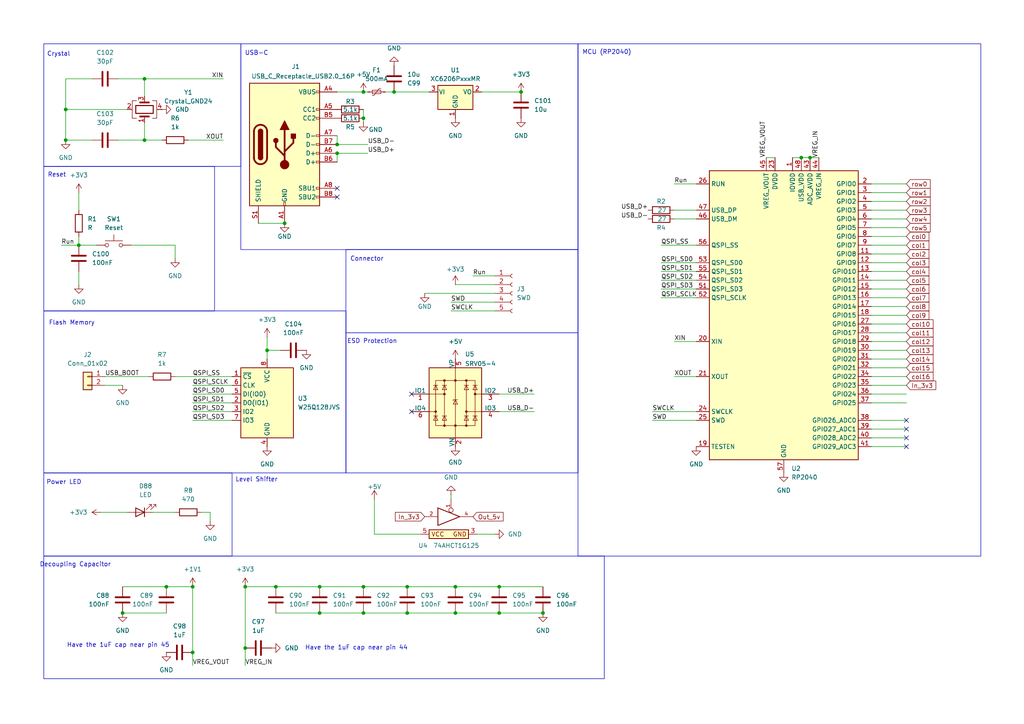
<source format=kicad_sch>
(kicad_sch (version 20231120) (generator "eeschema") (generator_version "8.0")
  (paper "A4")
  (lib_symbols
    (symbol "74xGxx:74AHCT1G125" (pin_names (offset 1.016))
      (property "Reference" "U5" (at -0.635 -8.255 0))
      (property "Value" "74AHCT1G125" (at -0.635 -11.0301 0))
      (symbol "74AHCT1G125_0_0"
        (text "GND" (at 2.54 -5.08 0) (effects (font (size 1.27 1.27))))
        (text "VCC" (at -3.81 -5.08 0) (effects (font (size 1.27 1.27))))
      )
      (symbol "74AHCT1G125_1_1"
        (pin input inverted (at 0 5.08 270) (length 3.81) (name "~") (number "1"))
        (pin input line (at -7.62 0 0) (length 3.81) (name "~") (number "2"))
        (pin output line (at 7.62 -5.08 180) (length 2.54) (name "") (number "3"))
        (pin power_in line (at 1.27 -1.27 270) (length 0) hide (name "GND") (number "3"))
        (pin tri_state line (at 6.35 0 180) (length 3.81) (name "~") (number "4"))
        (pin input line (at -8.89 -5.08 0) (length 2.54) (name "") (number "5"))
        (pin power_in line (at 1.27 1.27 90) (length 0) hide (name "VCC") (number "5"))
      )
    )
    (symbol "Connector:Conn_01x05_Female" (pin_names (offset 1.016) hide)
      (property "Reference" "J" (at 0 7.62 0))
      (property "Value" "Conn_01x05_Female" (at 0 -7.62 0))
      (symbol "Conn_01x05_Female_1_1"
        (pin passive line (at -5.08 5.08 0) (length 3.81) (name "Pin_1") (number "1"))
        (pin passive line (at -5.08 2.54 0) (length 3.81) (name "Pin_2") (number "2"))
        (pin passive line (at -5.08 0 0) (length 3.81) (name "Pin_3") (number "3"))
        (pin passive line (at -5.08 -2.54 0) (length 3.81) (name "Pin_4") (number "4"))
        (pin passive line (at -5.08 -5.08 0) (length 3.81) (name "Pin_5") (number "5"))
      )
    )
    (symbol "Connector:USB_C_Receptacle_USB2.0_16P" (pin_names (offset 1.016))
      (property "Reference" "J" (at 0 22.225 0))
      (property "Value" "USB_C_Receptacle_USB2.0_16P" (at 0 19.685 0))
      (symbol "USB_C_Receptacle_USB2.0_16P_1_1"
        (pin passive line (at 0 -22.86 90) (length 5.08) (name "GND") (number "A1"))
        (pin passive line (at 0 -22.86 90) (length 5.08) hide (name "GND") (number "A12"))
        (pin passive line (at 15.24 15.24 180) (length 5.08) (name "VBUS") (number "A4"))
        (pin bidirectional line (at 15.24 10.16 180) (length 5.08) (name "CC1") (number "A5"))
        (pin bidirectional line (at 15.24 -2.54 180) (length 5.08) (name "D+") (number "A6"))
        (pin bidirectional line (at 15.24 2.54 180) (length 5.08) (name "D-") (number "A7"))
        (pin bidirectional line (at 15.24 -12.7 180) (length 5.08) (name "SBU1") (number "A8"))
        (pin passive line (at 15.24 15.24 180) (length 5.08) hide (name "VBUS") (number "A9"))
        (pin passive line (at 0 -22.86 90) (length 5.08) hide (name "GND") (number "B1"))
        (pin passive line (at 0 -22.86 90) (length 5.08) hide (name "GND") (number "B12"))
        (pin passive line (at 15.24 15.24 180) (length 5.08) hide (name "VBUS") (number "B4"))
        (pin bidirectional line (at 15.24 7.62 180) (length 5.08) (name "CC2") (number "B5"))
        (pin bidirectional line (at 15.24 -5.08 180) (length 5.08) (name "D+") (number "B6"))
        (pin bidirectional line (at 15.24 0 180) (length 5.08) (name "D-") (number "B7"))
        (pin bidirectional line (at 15.24 -15.24 180) (length 5.08) (name "SBU2") (number "B8"))
        (pin passive line (at 15.24 15.24 180) (length 5.08) hide (name "VBUS") (number "B9"))
        (pin passive line (at -7.62 -22.86 90) (length 5.08) (name "SHIELD") (number "S1"))
      )
    )
    (symbol "Connector_Generic:Conn_01x02" (pin_names (offset 1.016) hide)
      (property "Reference" "J" (at 0 2.54 0))
      (property "Value" "Conn_01x02" (at 0 -5.08 0))
      (symbol "Conn_01x02_1_1"
        (pin passive line (at -5.08 0 0) (length 3.81) (name "Pin_1") (number "1"))
        (pin passive line (at -5.08 -2.54 0) (length 3.81) (name "Pin_2") (number "2"))
      )
    )
    (symbol "Device:C" (pin_numbers hide) (pin_names (offset 0.254))
      (property "Reference" "C" (at 0.635 2.54 0))
      (property "Value" "C" (at 0.635 -2.54 0))
      (symbol "C_1_1"
        (pin passive line (at 0 3.81 270) (length 2.794) (name "~") (number "1"))
        (pin passive line (at 0 -3.81 90) (length 2.794) (name "~") (number "2"))
      )
    )
    (symbol "Device:Crystal_GND24" (pin_names (offset 1.016) hide)
      (property "Reference" "Y" (at 3.175 5.08 0))
      (property "Value" "Crystal_GND24" (at 3.175 3.175 0))
      (symbol "Crystal_GND24_1_1"
        (pin passive line (at -3.81 0 0) (length 1.27) (name "1") (number "1"))
        (pin passive line (at 0 5.08 270) (length 1.27) (name "2") (number "2"))
        (pin passive line (at 3.81 0 180) (length 1.27) (name "3") (number "3"))
        (pin passive line (at 0 -5.08 90) (length 1.27) (name "4") (number "4"))
      )
    )
    (symbol "Device:LED" (pin_numbers hide) (pin_names (offset 1.016) hide)
      (property "Reference" "D" (at 0 2.54 0))
      (property "Value" "LED" (at 0 -2.54 0))
      (symbol "LED_1_1"
        (pin passive line (at -3.81 0 0) (length 2.54) (name "K") (number "1"))
        (pin passive line (at 3.81 0 180) (length 2.54) (name "A") (number "2"))
      )
    )
    (symbol "Device:Polyfuse_Small" (pin_numbers hide) (pin_names (offset 0))
      (property "Reference" "F" (at -1.905 0 90))
      (property "Value" "Polyfuse_Small" (at 1.905 0 90))
      (symbol "Polyfuse_Small_1_1"
        (pin passive line (at 0 2.54 270) (length 0.635) (name "~") (number "1"))
        (pin passive line (at 0 -2.54 90) (length 0.635) (name "~") (number "2"))
      )
    )
    (symbol "Device:R" (pin_numbers hide) (pin_names (offset 0))
      (property "Reference" "R" (at 2.032 0 90))
      (property "Value" "R" (at 0 0 90))
      (symbol "R_1_1"
        (pin passive line (at 0 3.81 270) (length 1.27) (name "~") (number "1"))
        (pin passive line (at 0 -3.81 90) (length 1.27) (name "~") (number "2"))
      )
    )
    (symbol "MCU_RaspberryPi:RP2040"
      (property "Reference" "U" (at 17.78 45.72 0))
      (property "Value" "RP2040" (at 17.78 43.18 0))
      (symbol "RP2040_1_1"
        (pin power_in line (at 2.54 45.72 270) (length 3.81) (name "IOVDD") (number "1"))
        (pin passive line (at 2.54 45.72 270) (length 3.81) hide (name "IOVDD") (number "10"))
        (pin bidirectional line (at 25.4 17.78 180) (length 3.81) (name "GPIO8") (number "11"))
        (pin bidirectional line (at 25.4 15.24 180) (length 3.81) (name "GPIO9") (number "12"))
        (pin bidirectional line (at 25.4 12.7 180) (length 3.81) (name "GPIO10") (number "13"))
        (pin bidirectional line (at 25.4 10.16 180) (length 3.81) (name "GPIO11") (number "14"))
        (pin bidirectional line (at 25.4 7.62 180) (length 3.81) (name "GPIO12") (number "15"))
        (pin bidirectional line (at 25.4 5.08 180) (length 3.81) (name "GPIO13") (number "16"))
        (pin bidirectional line (at 25.4 2.54 180) (length 3.81) (name "GPIO14") (number "17"))
        (pin bidirectional line (at 25.4 0 180) (length 3.81) (name "GPIO15") (number "18"))
        (pin input line (at -25.4 -38.1 0) (length 3.81) (name "TESTEN") (number "19"))
        (pin bidirectional line (at 25.4 38.1 180) (length 3.81) (name "GPIO0") (number "2"))
        (pin input line (at -25.4 -7.62 0) (length 3.81) (name "XIN") (number "20"))
        (pin passive line (at -25.4 -17.78 0) (length 3.81) (name "XOUT") (number "21"))
        (pin passive line (at 2.54 45.72 270) (length 3.81) hide (name "IOVDD") (number "22"))
        (pin power_in line (at -2.54 45.72 270) (length 3.81) (name "DVDD") (number "23"))
        (pin input line (at -25.4 -27.94 0) (length 3.81) (name "SWCLK") (number "24"))
        (pin bidirectional line (at -25.4 -30.48 0) (length 3.81) (name "SWD") (number "25"))
        (pin input line (at -25.4 38.1 0) (length 3.81) (name "RUN") (number "26"))
        (pin bidirectional line (at 25.4 -2.54 180) (length 3.81) (name "GPIO16") (number "27"))
        (pin bidirectional line (at 25.4 -5.08 180) (length 3.81) (name "GPIO17") (number "28"))
        (pin bidirectional line (at 25.4 -7.62 180) (length 3.81) (name "GPIO18") (number "29"))
        (pin bidirectional line (at 25.4 35.56 180) (length 3.81) (name "GPIO1") (number "3"))
        (pin bidirectional line (at 25.4 -10.16 180) (length 3.81) (name "GPIO19") (number "30"))
        (pin bidirectional line (at 25.4 -12.7 180) (length 3.81) (name "GPIO20") (number "31"))
        (pin bidirectional line (at 25.4 -15.24 180) (length 3.81) (name "GPIO21") (number "32"))
        (pin passive line (at 2.54 45.72 270) (length 3.81) hide (name "IOVDD") (number "33"))
        (pin bidirectional line (at 25.4 -17.78 180) (length 3.81) (name "GPIO22") (number "34"))
        (pin bidirectional line (at 25.4 -20.32 180) (length 3.81) (name "GPIO23") (number "35"))
        (pin bidirectional line (at 25.4 -22.86 180) (length 3.81) (name "GPIO24") (number "36"))
        (pin bidirectional line (at 25.4 -25.4 180) (length 3.81) (name "GPIO25") (number "37"))
        (pin bidirectional line (at 25.4 -30.48 180) (length 3.81) (name "GPIO26_ADC0") (number "38"))
        (pin bidirectional line (at 25.4 -33.02 180) (length 3.81) (name "GPIO27_ADC1") (number "39"))
        (pin bidirectional line (at 25.4 33.02 180) (length 3.81) (name "GPIO2") (number "4"))
        (pin bidirectional line (at 25.4 -35.56 180) (length 3.81) (name "GPIO28_ADC2") (number "40"))
        (pin bidirectional line (at 25.4 -38.1 180) (length 3.81) (name "GPIO29_ADC3") (number "41"))
        (pin passive line (at 2.54 45.72 270) (length 3.81) hide (name "IOVDD") (number "42"))
        (pin power_in line (at 7.62 45.72 270) (length 3.81) (name "ADC_AVDD") (number "43"))
        (pin power_in line (at 10.16 45.72 270) (length 3.81) (name "VREG_IN") (number "44"))
        (pin power_out line (at -5.08 45.72 270) (length 3.81) (name "VREG_VOUT") (number "45"))
        (pin bidirectional line (at -25.4 27.94 0) (length 3.81) (name "USB_DM") (number "46"))
        (pin bidirectional line (at -25.4 30.48 0) (length 3.81) (name "USB_DP") (number "47"))
        (pin power_in line (at 5.08 45.72 270) (length 3.81) (name "USB_VDD") (number "48"))
        (pin passive line (at 2.54 45.72 270) (length 3.81) hide (name "IOVDD") (number "49"))
        (pin bidirectional line (at 25.4 30.48 180) (length 3.81) (name "GPIO3") (number "5"))
        (pin passive line (at -2.54 45.72 270) (length 3.81) hide (name "DVDD") (number "50"))
        (pin bidirectional line (at -25.4 7.62 0) (length 3.81) (name "QSPI_SD3") (number "51"))
        (pin output line (at -25.4 5.08 0) (length 3.81) (name "QSPI_SCLK") (number "52"))
        (pin bidirectional line (at -25.4 15.24 0) (length 3.81) (name "QSPI_SD0") (number "53"))
        (pin bidirectional line (at -25.4 10.16 0) (length 3.81) (name "QSPI_SD2") (number "54"))
        (pin bidirectional line (at -25.4 12.7 0) (length 3.81) (name "QSPI_SD1") (number "55"))
        (pin bidirectional line (at -25.4 20.32 0) (length 3.81) (name "QSPI_SS") (number "56"))
        (pin power_in line (at 0 -45.72 90) (length 3.81) (name "GND") (number "57"))
        (pin bidirectional line (at 25.4 27.94 180) (length 3.81) (name "GPIO4") (number "6"))
        (pin bidirectional line (at 25.4 25.4 180) (length 3.81) (name "GPIO5") (number "7"))
        (pin bidirectional line (at 25.4 22.86 180) (length 3.81) (name "GPIO6") (number "8"))
        (pin bidirectional line (at 25.4 20.32 180) (length 3.81) (name "GPIO7") (number "9"))
      )
    )
    (symbol "Memory_Flash:W25Q128JVS"
      (property "Reference" "U" (at -6.35 11.43 0))
      (property "Value" "W25Q128JVS" (at 7.62 11.43 0))
      (symbol "W25Q128JVS_1_1"
        (pin input line (at -10.16 7.62 0) (length 2.54) (name "~{CS}") (number "1"))
        (pin bidirectional line (at -10.16 0 0) (length 2.54) (name "DO(IO1)") (number "2"))
        (pin bidirectional line (at -10.16 -2.54 0) (length 2.54) (name "IO2") (number "3"))
        (pin power_in line (at 0 -12.7 90) (length 2.54) (name "GND") (number "4"))
        (pin bidirectional line (at -10.16 2.54 0) (length 2.54) (name "DI(IO0)") (number "5"))
        (pin input line (at -10.16 5.08 0) (length 2.54) (name "CLK") (number "6"))
        (pin bidirectional line (at -10.16 -5.08 0) (length 2.54) (name "IO3") (number "7"))
        (pin power_in line (at 0 12.7 270) (length 2.54) (name "VCC") (number "8"))
      )
    )
    (symbol "Regulator_Linear:XC6206PxxxMR" (pin_names (offset 0.254))
      (property "Reference" "U" (at -3.81 3.175 0))
      (property "Value" "XC6206PxxxMR" (at 0 3.175 0))
      (symbol "XC6206PxxxMR_1_1"
        (pin power_in line (at 0 -7.62 90) (length 2.54) (name "GND") (number "1"))
        (pin power_out line (at 7.62 0 180) (length 2.54) (name "VO") (number "2"))
        (pin power_in line (at -7.62 0 0) (length 2.54) (name "VI") (number "3"))
      )
    )
    (symbol "Switch:SW_Push" (pin_numbers hide) (pin_names (offset 1.016) hide)
      (property "Reference" "SW" (at 1.27 2.54 0))
      (property "Value" "SW_Push" (at 0 -1.524 0))
      (symbol "SW_Push_0_1"
        (pin passive line (at -5.08 0 0) (length 2.54) (name "1") (number "1"))
        (pin passive line (at 5.08 0 180) (length 2.54) (name "2") (number "2"))
      )
    )
    (symbol "marbastlib-various:SRV05-4" (pin_names (offset 0))
      (property "Reference" "U" (at -5.08 11.43 0))
      (property "Value" "SRV05-4" (at 2.54 11.43 0))
      (symbol "SRV05-4_1_1"
        (pin passive line (at -12.7 2.54 0) (length 5.08) (name "IO1") (number "1"))
        (pin passive line (at 0 -12.7 90) (length 2.54) (name "VN") (number "2"))
        (pin passive line (at 12.7 2.54 180) (length 5.08) (name "IO2") (number "3"))
        (pin passive line (at 12.7 -2.54 180) (length 5.08) (name "IO3") (number "4"))
        (pin passive line (at 0 12.7 270) (length 2.54) (name "VP") (number "5"))
        (pin passive line (at -12.7 -2.54 0) (length 5.08) (name "IO4") (number "6"))
      )
    )
    (symbol "power:+1V1" (power) (pin_numbers hide) (pin_names (offset 0) hide)
      (property "Value" "+1V1" (at 0 3.556 0))
      (symbol "+1V1_1_1"
        (pin power_in line (at 0 0 90) (length 0) (name "~") (number "1"))
      )
    )
    (symbol "power:+3V3" (power) (pin_numbers hide) (pin_names (offset 0) hide)
      (property "Value" "+3V3" (at 0 3.556 0))
      (symbol "+3V3_1_1"
        (pin power_in line (at 0 0 90) (length 0) (name "~") (number "1"))
      )
    )
    (symbol "power:+5V" (power) (pin_numbers hide) (pin_names (offset 0) hide)
      (property "Value" "+5V" (at 0 3.556 0))
      (symbol "+5V_1_1"
        (pin power_in line (at 0 0 90) (length 0) (name "~") (number "1"))
      )
    )
    (symbol "power:GND" (power) (pin_numbers hide) (pin_names (offset 0) hide)
      (property "Value" "GND" (at 0 -3.81 0))
      (symbol "GND_1_1"
        (pin power_in line (at 0 0 270) (length 0) (name "~") (number "1"))
      )
    )
  )
  (junction (at 234.95 45.72))
  (junction (at 118.11 177.8))
  (junction (at 105.41 177.8))
  (junction (at 48.26 170.18))
  (junction (at 19.05 31.75))
  (junction (at 77.47 101.6))
  (junction (at 151.13 26.67))
  (junction (at 132.08 177.8))
  (junction (at 22.86 71.12))
  (junction (at 41.91 40.64))
  (junction (at 97.79 44.45))
  (junction (at 105.41 26.67))
  (junction (at 144.78 170.18))
  (junction (at 35.56 177.8))
  (junction (at 105.41 170.18))
  (junction (at 132.08 170.18))
  (junction (at 55.88 189.23))
  (junction (at 157.48 177.8))
  (junction (at 71.12 170.18))
  (junction (at 71.12 187.96))
  (junction (at 97.79 41.91))
  (junction (at 144.78 177.8))
  (junction (at 55.88 170.18))
  (junction (at 80.01 170.18))
  (junction (at 232.41 45.72))
  (junction (at 118.11 170.18))
  (junction (at 92.71 170.18))
  (junction (at 82.55 64.77))
  (junction (at 41.91 22.86))
  (junction (at 105.41 34.29))
  (junction (at 92.71 177.8))
  (junction (at 114.3 26.67))
  (junction (at 19.05 40.64))
  (no_connect (at 119.38 119.38))
  (no_connect (at 262.89 129.54))
  (no_connect (at 262.89 127))
  (no_connect (at 97.79 54.61))
  (no_connect (at 119.38 114.3))
  (no_connect (at 262.89 121.92))
  (no_connect (at 262.89 124.46))
  (no_connect (at 97.79 57.15))
  (wire (pts (xy 252.73 58.42) (xy 262.89 58.42)))
  (wire (pts (xy 80.01 170.18) (xy 92.71 170.18)))
  (wire (pts (xy 144.78 119.38) (xy 154.94 119.38)))
  (wire (pts (xy 55.88 121.92) (xy 67.31 121.92)))
  (wire (pts (xy 191.77 83.82) (xy 201.93 83.82)))
  (wire (pts (xy 19.05 40.64) (xy 19.05 31.75)))
  (wire (pts (xy 252.73 68.58) (xy 262.89 68.58)))
  (wire (pts (xy 108.585 154.94) (xy 108.585 144.78)))
  (wire (pts (xy 252.73 55.88) (xy 262.89 55.88)))
  (wire (pts (xy 48.26 170.18) (xy 55.88 170.18)))
  (wire (pts (xy 114.3 26.67) (xy 124.46 26.67)))
  (wire (pts (xy 252.73 104.14) (xy 262.89 104.14)))
  (wire (pts (xy 71.12 170.18) (xy 80.01 170.18)))
  (wire (pts (xy 77.47 101.6) (xy 81.28 101.6)))
  (wire (pts (xy 77.47 97.79) (xy 77.47 101.6)))
  (wire (pts (xy 144.78 114.3) (xy 154.94 114.3)))
  (wire (pts (xy 252.73 60.96) (xy 262.89 60.96)))
  (wire (pts (xy 234.95 45.72) (xy 237.49 45.72)))
  (wire (pts (xy 97.79 44.45) (xy 106.68 44.45)))
  (wire (pts (xy 41.91 27.94) (xy 41.91 22.86)))
  (wire (pts (xy 48.26 170.18) (xy 35.56 170.18)))
  (wire (pts (xy 252.73 99.06) (xy 262.89 99.06)))
  (wire (pts (xy 252.73 81.28) (xy 262.89 81.28)))
  (wire (pts (xy 132.08 170.18) (xy 144.78 170.18)))
  (wire (pts (xy 189.23 119.38) (xy 201.93 119.38)))
  (wire (pts (xy 74.93 64.77) (xy 82.55 64.77)))
  (wire (pts (xy 252.73 76.2) (xy 262.89 76.2)))
  (wire (pts (xy 77.47 101.6) (xy 77.47 104.14)))
  (wire (pts (xy 195.58 63.5) (xy 201.93 63.5)))
  (wire (pts (xy 41.91 40.64) (xy 46.99 40.64)))
  (wire (pts (xy 55.88 116.84) (xy 67.31 116.84)))
  (wire (pts (xy 195.58 109.22) (xy 201.93 109.22)))
  (wire (pts (xy 252.73 71.12) (xy 262.89 71.12)))
  (wire (pts (xy 144.78 170.18) (xy 157.48 170.18)))
  (wire (pts (xy 92.71 170.18) (xy 105.41 170.18)))
  (wire (pts (xy 252.73 124.46) (xy 262.89 124.46)))
  (wire (pts (xy 29.21 148.59) (xy 36.83 148.59)))
  (wire (pts (xy 252.73 116.84) (xy 262.89 116.84)))
  (wire (pts (xy 50.8 109.22) (xy 67.31 109.22)))
  (wire (pts (xy 55.88 170.18) (xy 55.88 189.23)))
  (wire (pts (xy 55.88 111.76) (xy 67.31 111.76)))
  (wire (pts (xy 191.77 78.74) (xy 201.93 78.74)))
  (wire (pts (xy 50.8 71.12) (xy 50.8 74.93)))
  (wire (pts (xy 252.73 96.52) (xy 262.89 96.52)))
  (wire (pts (xy 252.73 91.44) (xy 262.89 91.44)))
  (wire (pts (xy 22.86 78.74) (xy 22.86 82.55)))
  (wire (pts (xy 222.25 45.72) (xy 224.79 45.72)))
  (wire (pts (xy 54.61 40.64) (xy 64.77 40.64)))
  (wire (pts (xy 252.73 109.22) (xy 262.89 109.22)))
  (wire (pts (xy 191.77 71.12) (xy 201.93 71.12)))
  (wire (pts (xy 30.48 111.76) (xy 35.56 111.76)))
  (wire (pts (xy 105.41 26.67) (xy 106.68 26.67)))
  (wire (pts (xy 252.73 83.82) (xy 262.89 83.82)))
  (wire (pts (xy 130.81 144.78) (xy 130.81 143.51)))
  (wire (pts (xy 191.77 76.2) (xy 201.93 76.2)))
  (wire (pts (xy 121.92 154.94) (xy 108.585 154.94)))
  (wire (pts (xy 118.11 177.8) (xy 132.08 177.8)))
  (wire (pts (xy 34.29 40.64) (xy 41.91 40.64)))
  (wire (pts (xy 26.67 40.64) (xy 19.05 40.64)))
  (wire (pts (xy 195.58 99.06) (xy 201.93 99.06)))
  (wire (pts (xy 55.88 119.38) (xy 67.31 119.38)))
  (wire (pts (xy 130.81 90.17) (xy 143.51 90.17)))
  (wire (pts (xy 41.91 22.86) (xy 64.77 22.86)))
  (wire (pts (xy 130.81 87.63) (xy 143.51 87.63)))
  (wire (pts (xy 252.73 53.34) (xy 262.89 53.34)))
  (wire (pts (xy 71.12 187.96) (xy 71.12 193.04)))
  (wire (pts (xy 105.41 170.18) (xy 118.11 170.18)))
  (wire (pts (xy 252.73 88.9) (xy 262.89 88.9)))
  (wire (pts (xy 252.73 111.76) (xy 262.89 111.76)))
  (wire (pts (xy 106.68 41.91) (xy 97.79 41.91)))
  (wire (pts (xy 17.78 71.12) (xy 22.86 71.12)))
  (wire (pts (xy 137.16 80.01) (xy 143.51 80.01)))
  (wire (pts (xy 97.79 44.45) (xy 97.79 46.99)))
  (wire (pts (xy 97.79 26.67) (xy 105.41 26.67)))
  (wire (pts (xy 229.87 45.72) (xy 232.41 45.72)))
  (wire (pts (xy 19.05 31.75) (xy 19.05 22.86)))
  (wire (pts (xy 19.05 31.75) (xy 36.83 31.75)))
  (wire (pts (xy 252.73 121.92) (xy 262.89 121.92)))
  (wire (pts (xy 132.08 177.8) (xy 144.78 177.8)))
  (wire (pts (xy 139.7 26.67) (xy 151.13 26.67)))
  (wire (pts (xy 97.79 39.37) (xy 97.79 41.91)))
  (wire (pts (xy 252.73 114.3) (xy 262.89 114.3)))
  (wire (pts (xy 30.48 109.22) (xy 43.18 109.22)))
  (wire (pts (xy 55.88 114.3) (xy 67.31 114.3)))
  (wire (pts (xy 252.73 78.74) (xy 262.89 78.74)))
  (wire (pts (xy 252.73 66.04) (xy 262.89 66.04)))
  (wire (pts (xy 105.41 35.56) (xy 105.41 34.29)))
  (wire (pts (xy 92.71 177.8) (xy 105.41 177.8)))
  (wire (pts (xy 80.01 177.8) (xy 92.71 177.8)))
  (wire (pts (xy 34.29 22.86) (xy 41.91 22.86)))
  (wire (pts (xy 252.73 129.54) (xy 262.89 129.54)))
  (wire (pts (xy 252.73 63.5) (xy 262.89 63.5)))
  (wire (pts (xy 191.77 86.36) (xy 201.93 86.36)))
  (wire (pts (xy 189.23 121.92) (xy 201.93 121.92)))
  (wire (pts (xy 195.58 53.34) (xy 201.93 53.34)))
  (wire (pts (xy 44.45 148.59) (xy 50.8 148.59)))
  (wire (pts (xy 19.05 22.86) (xy 26.67 22.86)))
  (wire (pts (xy 111.76 26.67) (xy 114.3 26.67)))
  (wire (pts (xy 22.86 68.58) (xy 22.86 71.12)))
  (wire (pts (xy 60.96 148.59) (xy 60.96 151.13)))
  (wire (pts (xy 123.19 85.09) (xy 143.51 85.09)))
  (wire (pts (xy 38.1 71.12) (xy 50.8 71.12)))
  (wire (pts (xy 252.73 127) (xy 262.89 127)))
  (wire (pts (xy 55.88 189.23) (xy 55.88 193.04)))
  (wire (pts (xy 252.73 73.66) (xy 262.89 73.66)))
  (wire (pts (xy 262.89 106.68) (xy 252.73 106.68)))
  (wire (pts (xy 22.86 71.12) (xy 27.94 71.12)))
  (wire (pts (xy 138.43 154.94) (xy 143.51 154.94)))
  (wire (pts (xy 58.42 148.59) (xy 60.96 148.59)))
  (wire (pts (xy 132.08 82.55) (xy 143.51 82.55)))
  (wire (pts (xy 232.41 45.72) (xy 234.95 45.72)))
  (wire (pts (xy 252.73 101.6) (xy 262.89 101.6)))
  (wire (pts (xy 71.12 170.18) (xy 71.12 187.96)))
  (wire (pts (xy 105.41 177.8) (xy 118.11 177.8)))
  (wire (pts (xy 118.11 170.18) (xy 132.08 170.18)))
  (wire (pts (xy 195.58 60.96) (xy 201.93 60.96)))
  (wire (pts (xy 252.73 93.98) (xy 262.89 93.98)))
  (wire (pts (xy 252.73 86.36) (xy 262.89 86.36)))
  (wire (pts (xy 191.77 81.28) (xy 201.93 81.28)))
  (wire (pts (xy 105.41 31.75) (xy 105.41 34.29)))
  (wire (pts (xy 22.86 55.88) (xy 22.86 60.96)))
  (wire (pts (xy 48.26 177.8) (xy 35.56 177.8)))
  (wire (pts (xy 41.91 35.56) (xy 41.91 40.64)))
  (wire (pts (xy 144.78 177.8) (xy 157.48 177.8)))
  (rectangle (start 100.33 96.52) (end 167.64 137.16))
  (rectangle (start 12.7 161.29) (end 175.26 196.85))
  (rectangle (start 167.64 12.7) (end 284.48 161.29))
  (rectangle (start 12.7 12.7) (end 69.85 48.26))
  (rectangle (start 12.7 137.16) (end 67.31 161.29))
  (rectangle (start 100.33 72.39) (end 167.64 96.52))
  (rectangle (start 69.85 12.7) (end 167.64 72.39))
  (rectangle (start 12.7 48.26) (end 62.23 90.17))
  (rectangle (start 12.7 90.17) (end 100.33 137.16))
  (text "Flash Memory" (at 20.828 93.726 0) (effects (font (size 1.27 1.27))))
  (text "Connector" (at 106.426 75.184 0) (effects (font (size 1.27 1.27))))
  (text "Power LED" (at 18.542 139.954 0) (effects (font (size 1.27 1.27))))
  (text "ESD Protection" (at 107.95 99.06 0) (effects (font (size 1.27 1.27))))
  (text "Decoupling Capacitor" (at 21.844 163.83 0) (effects (font (size 1.27 1.27))))
  (text "Have the 1uF cap near pin 45" (at 34.29 187.198 0) (effects (font (size 1.27 1.27))))
  (text "MCU (RP2040)\n" (at 176.022 15.24 0) (effects (font (size 1.27 1.27))))
  (text "USB-C" (at 74.422 15.494 0) (effects (font (size 1.27 1.27))))
  (text "Level Shifter\n" (at 74.422 139.192 0) (effects (font (size 1.27 1.27))))
  (text "Crystal" (at 17.018 15.748 0) (effects (font (size 1.27 1.27))))
  (text "Have the 1uF cap near pin 44" (at 103.378 187.96 0) (effects (font (size 1.27 1.27))))
  (text "Reset" (at 16.51 50.8 0) (effects (font (size 1.27 1.27))))
  (label "QSPI_SS" (at 191.77 71.12 0))
  (label "USB_D-" (at 187.96 63.5 180))
  (label "QSPI_SD3" (at 55.88 121.92 0))
  (label "Run" (at 195.58 53.34 0))
  (label "QSPI_SCLK" (at 191.77 86.36 0))
  (label "USB_D-" (at 154.94 119.38 180))
  (label "USB_D+" (at 154.94 114.3 180))
  (label "XIN" (at 195.58 99.06 0))
  (label "VREG_IN" (at 71.12 193.04 0))
  (label "VREG_IN" (at 237.49 45.72 90))
  (label "QSPI_SD2" (at 191.77 81.28 0))
  (label "USB_D+" (at 187.96 60.96 180))
  (label "Run" (at 137.16 80.01 0))
  (label "QSPI_SD1" (at 191.77 78.74 0))
  (label "SWD" (at 189.23 121.92 0))
  (label "QSPI_SD3" (at 191.77 83.82 0))
  (label "QSPI_SD2" (at 55.88 119.38 0))
  (label "VREG_VOUT" (at 55.88 193.04 0))
  (label "USB_D+" (at 106.68 44.45 0))
  (label "USB_D-" (at 106.68 41.91 0))
  (label "VREG_VOUT" (at 222.25 45.72 90))
  (label "Run" (at 17.78 71.12 0))
  (label "QSPI_SS" (at 55.88 109.22 0))
  (label "QSPI_SCLK" (at 55.88 111.76 0))
  (label "QSPI_SD0" (at 191.77 76.2 0))
  (label "QSPI_SD1" (at 55.88 116.84 0))
  (label "XOUT" (at 195.58 109.22 0))
  (label "SWD" (at 130.81 87.63 0))
  (label "XOUT" (at 64.77 40.64 180))
  (label "USB_BOOT" (at 30.48 109.22 0))
  (label "SWCLK" (at 130.81 90.17 0))
  (label "XIN" (at 64.77 22.86 180))
  (label "QSPI_SD0" (at 55.88 114.3 0))
  (label "SWCLK" (at 189.23 119.38 0))
  (global_label "col7" (shape input) (at 262.89 86.36 0) (property "Intersheetrefs" "${INTERSHEET_REFS}" (effects (hide yes))))
  (global_label "col0" (shape input) (at 262.89 68.58 0) (property "Intersheetrefs" "${INTERSHEET_REFS}" (effects (hide yes))))
  (global_label "col9" (shape input) (at 262.89 91.44 0) (property "Intersheetrefs" "${INTERSHEET_REFS}" (effects (hide yes))))
  (global_label "col5" (shape input) (at 262.89 81.28 0) (property "Intersheetrefs" "${INTERSHEET_REFS}" (effects (hide yes))))
  (global_label "col1" (shape input) (at 262.89 71.12 0) (property "Intersheetrefs" "${INTERSHEET_REFS}" (effects (hide yes))))
  (global_label "row1" (shape input) (at 262.89 55.88 0) (property "Intersheetrefs" "${INTERSHEET_REFS}" (effects (hide yes))))
  (global_label "col4" (shape input) (at 262.89 78.74 0) (property "Intersheetrefs" "${INTERSHEET_REFS}" (effects (hide yes))))
  (global_label "col8" (shape input) (at 262.89 88.9 0) (property "Intersheetrefs" "${INTERSHEET_REFS}" (effects (hide yes))))
  (global_label "Out_5v" (shape input) (at 137.16 149.86 0) (property "Intersheetrefs" "${INTERSHEET_REFS}" (effects (hide yes))))
  (global_label "col16" (shape input) (at 262.89 109.22 0) (property "Intersheetrefs" "${INTERSHEET_REFS}" (effects (hide yes))))
  (global_label "row3" (shape input) (at 262.89 60.96 0) (property "Intersheetrefs" "${INTERSHEET_REFS}" (effects (hide yes))))
  (global_label "row4" (shape input) (at 262.89 63.5 0) (property "Intersheetrefs" "${INTERSHEET_REFS}" (effects (hide yes))))
  (global_label "row0" (shape input) (at 262.89 53.34 0) (property "Intersheetrefs" "${INTERSHEET_REFS}" (effects (hide yes))))
  (global_label "col3" (shape input) (at 262.89 76.2 0) (property "Intersheetrefs" "${INTERSHEET_REFS}" (effects (hide yes))))
  (global_label "col15" (shape input) (at 262.89 106.68 0) (property "Intersheetrefs" "${INTERSHEET_REFS}" (effects (hide yes))))
  (global_label "col6" (shape input) (at 262.89 83.82 0) (property "Intersheetrefs" "${INTERSHEET_REFS}" (effects (hide yes))))
  (global_label "col14" (shape input) (at 262.89 104.14 0) (property "Intersheetrefs" "${INTERSHEET_REFS}" (effects (hide yes))))
  (global_label "col2" (shape input) (at 262.89 73.66 0) (property "Intersheetrefs" "${INTERSHEET_REFS}" (effects (hide yes))))
  (global_label "row2" (shape input) (at 262.89 58.42 0) (property "Intersheetrefs" "${INTERSHEET_REFS}" (effects (hide yes))))
  (global_label "col12" (shape input) (at 262.89 99.06 0) (property "Intersheetrefs" "${INTERSHEET_REFS}" (effects (hide yes))))
  (global_label "In_3v3" (shape input) (at 123.19 149.86 180) (property "Intersheetrefs" "${INTERSHEET_REFS}" (effects (hide yes))))
  (global_label "col10" (shape input) (at 262.89 93.98 0) (property "Intersheetrefs" "${INTERSHEET_REFS}" (effects (hide yes))))
  (global_label "col13" (shape input) (at 262.89 101.6 0) (property "Intersheetrefs" "${INTERSHEET_REFS}" (effects (hide yes))))
  (global_label "In_3v3" (shape input) (at 262.89 111.76 0) (property "Intersheetrefs" "${INTERSHEET_REFS}" (effects (hide yes))))
  (global_label "col11" (shape input) (at 262.89 96.52 0) (property "Intersheetrefs" "${INTERSHEET_REFS}" (effects (hide yes))))
  (global_label "row5" (shape input) (at 262.89 66.04 0) (property "Intersheetrefs" "${INTERSHEET_REFS}" (effects (hide yes))))
  (symbol (lib_id "Device:C") (at 30.48 22.86 90) (unit 1)
    (property "Reference" "C102" (at 30.48 15.24 90))
    (property "Value" "30pF" (at 30.48 17.78 90))
    (property "Footprint" "Capacitor_SMD:C_0603_1608Metric_Pad1.08x0.95mm_HandSolder" (effects (hide yes)))
    (property "Description" "Unpolarized capacitor" (effects (hide yes)))
  )
  (symbol (lib_id "Device:C") (at 48.26 173.99 0) (mirror y) (unit 1)
    (property "Reference" "C89" (at 44.45 172.7199 0) (effects (justify left)))
    (property "Value" "100nF" (at 44.45 175.2599 0) (effects (justify left)))
    (property "Footprint" "Capacitor_SMD:C_0603_1608Metric_Pad1.08x0.95mm_HandSolder" (effects (hide yes)))
    (property "Description" "Unpolarized capacitor" (effects (hide yes)))
  )
  (symbol (lib_id "power:GND") (at 19.05 40.64 0) (unit 1)
    (property "Reference" "#PWR030" (effects (hide yes)))
    (property "Value" "GND" (at 19.05 45.72 0))
    (property "Description" "Power symbol creates a global label with name \"GND\" , ground" (effects (hide yes)))
  )
  (symbol (lib_id "Device:R") (at 46.99 109.22 90) (unit 1)
    (property "Reference" "R7" (at 46.99 102.87 90))
    (property "Value" "1k" (at 46.99 105.41 90))
    (property "Footprint" "Resistor_SMD:R_0603_1608Metric_Pad0.98x0.95mm_HandSolder" (effects (hide yes)))
    (property "Description" "Resistor" (effects (hide yes)))
  )
  (symbol (lib_id "power:+1V1") (at 55.88 170.18 0) (unit 1)
    (property "Reference" "#PWR013" (effects (hide yes)))
    (property "Value" "+1V1" (at 55.88 165.1 0))
    (property "Description" "Power symbol creates a global label with name \"+1V1\"" (effects (hide yes)))
  )
  (symbol (lib_id "Device:C") (at 74.93 187.96 90) (unit 1)
    (property "Reference" "C97" (at 74.93 180.34 90))
    (property "Value" "1uF" (at 74.93 182.88 90))
    (property "Footprint" "Capacitor_SMD:C_0603_1608Metric_Pad1.08x0.95mm_HandSolder" (effects (hide yes)))
    (property "Description" "Unpolarized capacitor" (effects (hide yes)))
  )
  (symbol (lib_id "Device:R") (at 101.6 34.29 90) (unit 1)
    (property "Reference" "R5" (at 101.6 36.83 90))
    (property "Value" "5.1k" (at 101.6 34.29 90))
    (property "Footprint" "Resistor_SMD:R_0603_1608Metric_Pad0.98x0.95mm_HandSolder" (effects (hide yes)))
    (property "Description" "Resistor" (effects (hide yes)))
  )
  (symbol (lib_id "power:GND") (at 46.99 31.75 90) (unit 1)
    (property "Reference" "#PWR029" (effects (hide yes)))
    (property "Value" "GND" (at 50.8 31.7499 90) (effects (justify right)))
    (property "Description" "Power symbol creates a global label with name \"GND\" , ground" (effects (hide yes)))
  )
  (symbol (lib_id "Device:LED") (at 40.64 148.59 180) (unit 1)
    (property "Reference" "D88" (at 42.2275 140.97 0))
    (property "Value" "LED" (at 42.2275 143.51 0))
    (property "Footprint" "LED_SMD:LED_0603_1608Metric_Pad1.05x0.95mm_HandSolder" (effects (hide yes)))
    (property "Description" "Light emitting diode" (effects (hide yes)))
  )
  (symbol (lib_id "power:GND") (at 151.13 34.29 0) (unit 1)
    (property "Reference" "#PWR025" (effects (hide yes)))
    (property "Value" "GND" (at 151.13 39.37 0))
    (property "Description" "Power symbol creates a global label with name \"GND\" , ground" (effects (hide yes)))
  )
  (symbol (lib_id "power:+5V") (at 108.585 144.78 0) (unit 1)
    (property "Reference" "#PWR044" (effects (hide yes)))
    (property "Value" "+5V" (at 108.585 141.1755 0))
  )
  (symbol (lib_id "Regulator_Linear:XC6206PxxxMR") (at 132.08 26.67 0) (unit 1)
    (property "Reference" "U1" (at 132.08 20.32 0))
    (property "Value" "XC6206PxxxMR" (at 132.08 22.86 0))
    (property "Footprint" "Package_TO_SOT_SMD:SOT-23-3" (effects (hide yes)))
    (property "Datasheet" "https://www.torexsemi.com/file/xc6206/XC6206.pdf" (effects (hide yes)))
    (property "Description" "Positive 60-250mA Low Dropout Regulator, Fixed Output, SOT-23" (effects (hide yes)))
  )
  (symbol (lib_id "power:GND") (at 35.56 177.8 0) (mirror y) (unit 1)
    (property "Reference" "#PWR015" (effects (hide yes)))
    (property "Value" "GND" (at 35.56 182.88 0))
    (property "Description" "Power symbol creates a global label with name \"GND\" , ground" (effects (hide yes)))
  )
  (symbol (lib_id "power:GND") (at 78.74 187.96 90) (unit 1)
    (property "Reference" "#PWR018" (effects (hide yes)))
    (property "Value" "GND" (at 82.55 187.9599 90) (effects (justify right)))
    (property "Description" "Power symbol creates a global label with name \"GND\" , ground" (effects (hide yes)))
  )
  (symbol (lib_id "power:GND") (at 105.41 35.56 0) (unit 1)
    (property "Reference" "#PWR027" (effects (hide yes)))
    (property "Value" "GND" (at 108.966 37.592 0))
    (property "Description" "Power symbol creates a global label with name \"GND\" , ground" (effects (hide yes)))
  )
  (symbol (lib_id "Device:C") (at 144.78 173.99 0) (unit 1)
    (property "Reference" "C95" (at 148.59 172.7199 0) (effects (justify left)))
    (property "Value" "100nF" (at 148.59 175.2599 0) (effects (justify left)))
    (property "Footprint" "Capacitor_SMD:C_0603_1608Metric_Pad1.08x0.95mm_HandSolder" (effects (hide yes)))
    (property "Description" "Unpolarized capacitor" (effects (hide yes)))
  )
  (symbol (lib_id "Device:C") (at 52.07 189.23 90) (unit 1)
    (property "Reference" "C98" (at 52.07 181.61 90))
    (property "Value" "1uF" (at 52.07 184.15 90))
    (property "Footprint" "Capacitor_SMD:C_0603_1608Metric_Pad1.08x0.95mm_HandSolder" (effects (hide yes)))
    (property "Description" "Unpolarized capacitor" (effects (hide yes)))
  )
  (symbol (lib_id "Connector:Conn_01x05_Female") (at 148.59 85.09 0) (unit 1)
    (property "Reference" "J3" (at 149.86 83.8199 0) (effects (justify left)))
    (property "Value" "SWD" (at 149.86 86.3599 0) (effects (justify left)))
    (property "Footprint" "Connector_PinHeader_2.54mm:PinHeader_1x05_P2.54mm_Vertical" (effects (hide yes)))
  )
  (symbol (lib_id "power:+3V3") (at 22.86 55.88 0) (unit 1)
    (property "Reference" "#PWR017" (effects (hide yes)))
    (property "Value" "+3V3" (at 22.86 50.8 0))
    (property "Description" "Power symbol creates a global label with name \"+3V3\"" (effects (hide yes)))
  )
  (symbol (lib_id "power:GND") (at 48.26 189.23 0) (unit 1)
    (property "Reference" "#PWR019" (effects (hide yes)))
    (property "Value" "GND" (at 48.26 194.31 0))
    (property "Description" "Power symbol creates a global label with name \"GND\" , ground" (effects (hide yes)))
  )
  (symbol (lib_id "power:+3V3") (at 77.47 97.79 0) (unit 1)
    (property "Reference" "#PWR031" (effects (hide yes)))
    (property "Value" "+3V3" (at 77.47 92.71 0))
    (property "Description" "Power symbol creates a global label with name \"+3V3\"" (effects (hide yes)))
  )
  (symbol (lib_id "power:GND") (at 60.96 151.13 0) (unit 1)
    (property "Reference" "#PWR038" (effects (hide yes)))
    (property "Value" "GND" (at 60.96 156.21 0))
    (property "Description" "Power symbol creates a global label with name \"GND\" , ground" (effects (hide yes)))
  )
  (symbol (lib_id "power:GND") (at 132.08 34.29 0) (unit 1)
    (property "Reference" "#PWR024" (effects (hide yes)))
    (property "Value" "GND" (at 132.08 39.37 0))
    (property "Description" "Power symbol creates a global label with name \"GND\" , ground" (effects (hide yes)))
  )
  (symbol (lib_id "power:GND") (at 50.8 74.93 0) (unit 1)
    (property "Reference" "#PWR023" (effects (hide yes)))
    (property "Value" "GND" (at 50.8 80.01 0))
    (property "Description" "Power symbol creates a global label with name \"GND\" , ground" (effects (hide yes)))
  )
  (symbol (lib_id "Device:C") (at 157.48 173.99 0) (unit 1)
    (property "Reference" "C96" (at 161.29 172.7199 0) (effects (justify left)))
    (property "Value" "100nF" (at 161.29 175.2599 0) (effects (justify left)))
    (property "Footprint" "Capacitor_SMD:C_0603_1608Metric_Pad1.08x0.95mm_HandSolder" (effects (hide yes)))
    (property "Description" "Unpolarized capacitor" (effects (hide yes)))
  )
  (symbol (lib_id "Connector_Generic:Conn_01x02") (at 25.4 109.22 0) (mirror y) (unit 1)
    (property "Reference" "J2" (at 25.4 102.87 0))
    (property "Value" "Conn_01x02" (at 25.4 105.41 0))
    (property "Footprint" "Connector_JST:JST_EH_B2B-EH-A_1x02_P2.50mm_Vertical" (effects (hide yes)))
    (property "Description" "Generic connector, single row, 01x02, script generated (kicad-library-utils/schlib/autogen/connector/)" (effects (hide yes)))
  )
  (symbol (lib_id "Device:C") (at 35.56 173.99 0) (mirror y) (unit 1)
    (property "Reference" "C88" (at 31.75 172.7199 0) (effects (justify left)))
    (property "Value" "100nF" (at 31.75 175.2599 0) (effects (justify left)))
    (property "Footprint" "Capacitor_SMD:C_0603_1608Metric_Pad1.08x0.95mm_HandSolder" (effects (hide yes)))
    (property "Description" "Unpolarized capacitor" (effects (hide yes)))
  )
  (symbol (lib_id "power:GND") (at 22.86 82.55 0) (unit 1)
    (property "Reference" "#PWR026" (effects (hide yes)))
    (property "Value" "GND" (at 22.86 87.63 0))
    (property "Description" "Power symbol creates a global label with name \"GND\" , ground" (effects (hide yes)))
  )
  (symbol (lib_id "Device:Polyfuse_Small") (at 109.22 26.67 90) (unit 1)
    (property "Reference" "F1" (at 109.22 20.32 90))
    (property "Value" "500mA" (at 109.22 22.86 90))
    (property "Footprint" "Fuse:Fuse_1206_3216Metric" (effects (hide yes)))
    (property "LCSC" "C70076" (effects (hide yes)))
  )
  (symbol (lib_id "Device:R") (at 191.77 60.96 90) (unit 1)
    (property "Reference" "R2" (at 191.77 58.42 90))
    (property "Value" "27" (at 192.024 60.96 90))
    (property "Footprint" "Resistor_SMD:R_0603_1608Metric_Pad0.98x0.95mm_HandSolder" (effects (hide yes)))
    (property "Description" "Resistor" (effects (hide yes)))
  )
  (symbol (lib_id "power:GND") (at 88.9 101.6 0) (unit 1)
    (property "Reference" "#PWR032" (effects (hide yes)))
    (property "Value" "GND" (at 88.9 106.68 0))
    (property "Description" "Power symbol creates a global label with name \"GND\" , ground" (effects (hide yes)))
  )
  (symbol (lib_id "Device:R") (at 191.77 63.5 270) (unit 1)
    (property "Reference" "R4" (at 191.77 66.04 90))
    (property "Value" "27" (at 192.024 63.5 90))
    (property "Footprint" "Resistor_SMD:R_0603_1608Metric_Pad0.98x0.95mm_HandSolder" (effects (hide yes)))
    (property "Description" "Resistor" (effects (hide yes)))
  )
  (symbol (lib_id "power:GND") (at 35.56 111.76 0) (unit 1)
    (property "Reference" "#PWR034" (effects (hide yes)))
    (property "Value" "GND" (at 35.56 116.84 0))
    (property "Description" "Power symbol creates a global label with name \"GND\" , ground" (effects (hide yes)))
  )
  (symbol (lib_id "Device:C") (at 80.01 173.99 0) (unit 1)
    (property "Reference" "C90" (at 83.82 172.7199 0) (effects (justify left)))
    (property "Value" "100nF" (at 83.82 175.2599 0) (effects (justify left)))
    (property "Footprint" "Capacitor_SMD:C_0603_1608Metric_Pad1.08x0.95mm_HandSolder" (effects (hide yes)))
    (property "Description" "Unpolarized capacitor" (effects (hide yes)))
  )
  (symbol (lib_id "Memory_Flash:W25Q128JVS") (at 77.47 116.84 0) (unit 1)
    (property "Reference" "U3" (at 86.36 115.5699 0) (effects (justify left)))
    (property "Value" "W25Q128JVS" (at 86.36 118.1099 0) (effects (justify left)))
    (property "Footprint" "Package_SO:SOIC-8_5.23x5.23mm_P1.27mm" (effects (hide yes)))
    (property "Datasheet" "https://www.winbond.com/resource-files/w25q128jv_dtr%20revc%2003272018%20plus.pdf" (effects (hide yes)))
    (property "Description" "128Mb Serial Flash Memory, Standard/Dual/Quad SPI, SOIC-8" (effects (hide yes)))
  )
  (symbol (lib_id "power:GND") (at 77.47 129.54 0) (unit 1)
    (property "Reference" "#PWR036" (effects (hide yes)))
    (property "Value" "GND" (at 77.47 134.62 0))
    (property "Description" "Power symbol creates a global label with name \"GND\" , ground" (effects (hide yes)))
  )
  (symbol (lib_id "power:+3V3") (at 29.21 148.59 90) (unit 1)
    (property "Reference" "#PWR037" (effects (hide yes)))
    (property "Value" "+3V3" (at 25.4 148.5899 90) (effects (justify left)))
    (property "Description" "Power symbol creates a global label with name \"+3V3\"" (effects (hide yes)))
  )
  (symbol (lib_id "power:GND") (at 157.48 177.8 0) (unit 1)
    (property "Reference" "#PWR016" (effects (hide yes)))
    (property "Value" "GND" (at 157.48 182.88 0))
    (property "Description" "Power symbol creates a global label with name \"GND\" , ground" (effects (hide yes)))
  )
  (symbol (lib_id "Device:C") (at 85.09 101.6 90) (unit 1)
    (property "Reference" "C104" (at 85.09 93.98 90))
    (property "Value" "100nF" (at 85.09 96.52 90))
    (property "Footprint" "Capacitor_SMD:C_0603_1608Metric_Pad1.08x0.95mm_HandSolder" (effects (hide yes)))
    (property "Description" "Unpolarized capacitor" (effects (hide yes)))
  )
  (symbol (lib_id "Device:C") (at 118.11 173.99 0) (unit 1)
    (property "Reference" "C93" (at 121.92 172.7199 0) (effects (justify left)))
    (property "Value" "100nF" (at 121.92 175.2599 0) (effects (justify left)))
    (property "Footprint" "Capacitor_SMD:C_0603_1608Metric_Pad1.08x0.95mm_HandSolder" (effects (hide yes)))
    (property "Description" "Unpolarized capacitor" (effects (hide yes)))
  )
  (symbol (lib_id "power:+3V3") (at 132.08 82.55 0) (unit 1)
    (property "Reference" "#PWR039" (effects (hide yes)))
    (property "Value" "+3V3" (at 132.08 78.105 0))
  )
  (symbol (lib_id "Device:C") (at 151.13 30.48 0) (unit 1)
    (property "Reference" "C101" (at 154.94 29.2099 0) (effects (justify left)))
    (property "Value" "10u" (at 154.94 31.7499 0) (effects (justify left)))
    (property "Footprint" "Capacitor_SMD:C_0603_1608Metric_Pad1.08x0.95mm_HandSolder" (effects (hide yes)))
    (property "Description" "Unpolarized capacitor" (effects (hide yes)))
  )
  (symbol (lib_id "Device:C") (at 92.71 173.99 0) (unit 1)
    (property "Reference" "C91" (at 96.52 172.7199 0) (effects (justify left)))
    (property "Value" "100nF" (at 96.52 175.2599 0) (effects (justify left)))
    (property "Footprint" "Capacitor_SMD:C_0603_1608Metric_Pad1.08x0.95mm_HandSolder" (effects (hide yes)))
    (property "Description" "Unpolarized capacitor" (effects (hide yes)))
  )
  (symbol (lib_id "power:GND") (at 114.3 19.05 0) (mirror x) (unit 1)
    (property "Reference" "#PWR020" (effects (hide yes)))
    (property "Value" "GND" (at 114.3 13.97 0))
    (property "Description" "Power symbol creates a global label with name \"GND\" , ground" (effects (hide yes)))
  )
  (symbol (lib_id "Device:R") (at 22.86 64.77 0) (unit 1)
    (property "Reference" "R1" (at 25.4 63.4999 0) (effects (justify left)))
    (property "Value" "R" (at 25.4 66.0399 0) (effects (justify left)))
    (property "Footprint" "Resistor_SMD:R_0603_1608Metric_Pad0.98x0.95mm_HandSolder" (effects (hide yes)))
    (property "Description" "Resistor" (effects (hide yes)))
  )
  (symbol (lib_id "power:GND") (at 201.93 129.54 0) (unit 1)
    (property "Reference" "#PWR033" (effects (hide yes)))
    (property "Value" "GND" (at 201.93 134.62 0))
    (property "Description" "Power symbol creates a global label with name \"GND\" , ground" (effects (hide yes)))
  )
  (symbol (lib_id "Switch:SW_Push") (at 33.02 71.12 0) (unit 1)
    (property "Reference" "SW1" (at 33.02 63.5 0))
    (property "Value" "Reset" (at 33.02 66.04 0))
    (property "Footprint" "Button_Switch_SMD:SW_SPST_Omron_B3FS-100xP" (effects (hide yes)))
    (property "Description" "Push button switch, generic, two pins" (effects (hide yes)))
  )
  (symbol (lib_id "Device:C") (at 22.86 74.93 0) (unit 1)
    (property "Reference" "C100" (at 26.67 73.6599 0) (effects (justify left)))
    (property "Value" "100nF" (at 26.67 76.1999 0) (effects (justify left)))
    (property "Footprint" "Capacitor_SMD:C_0603_1608Metric_Pad1.08x0.95mm_HandSolder" (effects (hide yes)))
    (property "Description" "Unpolarized capacitor" (effects (hide yes)))
  )
  (symbol (lib_id "Device:C") (at 132.08 173.99 0) (unit 1)
    (property "Reference" "C94" (at 135.89 172.7199 0) (effects (justify left)))
    (property "Value" "100nF" (at 135.89 175.2599 0) (effects (justify left)))
    (property "Footprint" "Capacitor_SMD:C_0603_1608Metric_Pad1.08x0.95mm_HandSolder" (effects (hide yes)))
    (property "Description" "Unpolarized capacitor" (effects (hide yes)))
  )
  (symbol (lib_id "power:GND") (at 123.19 85.09 0) (unit 1)
    (property "Reference" "#PWR040" (effects (hide yes)))
    (property "Value" "GND" (at 123.19 88.9 0))
  )
  (symbol (lib_id "marbastlib-various:SRV05-4") (at 132.08 116.84 0) (unit 1)
    (property "Reference" "U5" (at 134.8487 102.7135 0) (effects (justify left)))
    (property "Value" "SRV05-4" (at 134.8487 105.4886 0) (effects (justify left)))
    (property "Footprint" "Package_TO_SOT_SMD:TSOT-23-6_HandSoldering" (effects (hide yes)))
    (property "Datasheet" "http://www.onsemi.com/pub/Collateral/SRV05-4-D.PDF" (effects (hide yes)))
    (property "LCSC" "C85364" (effects (hide yes)))
  )
  (symbol (lib_id "Device:R") (at 50.8 40.64 90) (unit 1)
    (property "Reference" "R6" (at 50.8 34.29 90))
    (property "Value" "1k" (at 50.8 36.83 90))
    (property "Footprint" "Resistor_SMD:R_0603_1608Metric_Pad0.98x0.95mm_HandSolder" (effects (hide yes)))
    (property "Description" "Resistor" (effects (hide yes)))
  )
  (symbol (lib_id "Device:C") (at 105.41 173.99 0) (unit 1)
    (property "Reference" "C92" (at 109.22 172.7199 0) (effects (justify left)))
    (property "Value" "100nF" (at 109.22 175.2599 0) (effects (justify left)))
    (property "Footprint" "Capacitor_SMD:C_0603_1608Metric_Pad1.08x0.95mm_HandSolder" (effects (hide yes)))
    (property "Description" "Unpolarized capacitor" (effects (hide yes)))
  )
  (symbol (lib_id "power:GND") (at 227.33 137.16 0) (unit 1)
    (property "Reference" "#PWR035" (effects (hide yes)))
    (property "Value" "GND" (at 227.33 142.24 0))
    (property "Description" "Power symbol creates a global label with name \"GND\" , ground" (effects (hide yes)))
  )
  (symbol (lib_id "Device:R") (at 54.61 148.59 90) (unit 1)
    (property "Reference" "R8" (at 54.61 142.24 90))
    (property "Value" "470" (at 54.61 144.78 90))
    (property "Footprint" "Resistor_SMD:R_0603_1608Metric_Pad0.98x0.95mm_HandSolder" (effects (hide yes)))
    (property "Description" "Resistor" (effects (hide yes)))
  )
  (symbol (lib_id "Device:R") (at 101.6 31.75 90) (unit 1)
    (property "Reference" "R3" (at 101.6 29.464 90))
    (property "Value" "5.1k" (at 101.6 31.75 90))
    (property "Footprint" "Resistor_SMD:R_0603_1608Metric_Pad0.98x0.95mm_HandSolder" (effects (hide yes)))
    (property "Description" "Resistor" (effects (hide yes)))
  )
  (symbol (lib_id "74xGxx:74AHCT1G125") (at 130.81 149.86 0) (unit 1)
    (property "Reference" "U4" (at 122.682 158.242 0))
    (property "Value" "74AHCT1G125" (at 132.334 158.242 0))
    (property "Footprint" "Package_TO_SOT_SMD:SOT-23-5" (effects (hide yes)))
    (property "Datasheet" "http://www.ti.com/lit/sg/scyt129e/scyt129e.pdf" (effects (hide yes)))
    (property "LCSC" "C7484" (effects (hide yes)))
  )
  (symbol (lib_id "power:+3V3") (at 151.13 26.67 0) (unit 1)
    (property "Reference" "#PWR022" (effects (hide yes)))
    (property "Value" "+3V3" (at 151.13 21.59 0))
    (property "Description" "Power symbol creates a global label with name \"+3V3\"" (effects (hide yes)))
  )
  (symbol (lib_id "Connector:USB_C_Receptacle_USB2.0_16P") (at 82.55 41.91 0) (unit 1)
    (property "Reference" "J1" (at 84.582 19.304 0) (effects (justify left)))
    (property "Value" "USB_C_Receptacle_USB2.0_16P" (at 72.898 22.098 0) (effects (justify left)))
    (property "Footprint" "Connector_USB:USB_C_Receptacle_GCT_USB4105-xx-A_16P_TopMnt_Horizontal" (effects (hide yes)))
    (property "Datasheet" "https://www.usb.org/sites/default/files/documents/usb_type-c.zip" (effects (hide yes)))
    (property "Description" "USB 2.0-only 16P Type-C Receptacle connector" (effects (hide yes)))
  )
  (symbol (lib_id "Device:Crystal_GND24") (at 41.91 31.75 90) (unit 1)
    (property "Reference" "Y1" (at 54.61 26.7968 90))
    (property "Value" "Crystal_GND24" (at 54.61 29.3368 90))
    (property "Footprint" "Crystal:Crystal_SMD_Abracon_ABM8G-4Pin_3.2x2.5mm" (effects (hide yes)))
    (property "Description" "Four pin crystal, GND on pins 2 and 4" (effects (hide yes)))
  )
  (symbol (lib_id "Device:C") (at 114.3 22.86 0) (mirror x) (unit 1)
    (property "Reference" "C99" (at 118.11 24.1301 0) (effects (justify left)))
    (property "Value" "10u" (at 118.11 21.5901 0) (effects (justify left)))
    (property "Footprint" "Capacitor_SMD:C_0603_1608Metric_Pad1.08x0.95mm_HandSolder" (effects (hide yes)))
    (property "Description" "Unpolarized capacitor" (effects (hide yes)))
  )
  (symbol (lib_id "power:+3V3") (at 71.12 170.18 0) (unit 1)
    (property "Reference" "#PWR014" (effects (hide yes)))
    (property "Value" "+3V3" (at 71.12 165.1 0))
    (property "Description" "Power symbol creates a global label with name \"+3V3\"" (effects (hide yes)))
  )
  (symbol (lib_id "power:GND") (at 82.55 64.77 0) (unit 1)
    (property "Reference" "#PWR028" (effects (hide yes)))
    (property "Value" "GND" (at 84.582 68.58 0) (effects (justify right)))
    (property "Description" "Power symbol creates a global label with name \"GND\" , ground" (effects (hide yes)))
  )
  (symbol (lib_id "power:GND") (at 130.81 143.51 180) (unit 1)
    (property "Reference" "#PWR043" (effects (hide yes)))
    (property "Value" "GND" (at 130.81 138.43 0))
  )
  (symbol (lib_id "power:GND") (at 143.51 154.94 90) (unit 1)
    (property "Reference" "#PWR048" (effects (hide yes)))
    (property "Value" "GND" (at 147.32 154.9399 90) (effects (justify right)))
  )
  (symbol (lib_id "power:GND") (at 132.08 129.54 0) (unit 1)
    (property "Reference" "#PWR042" (effects (hide yes)))
    (property "Value" "GND" (at 132.08 134.1025 0))
  )
  (symbol (lib_id "power:+5V") (at 132.08 104.14 0) (unit 1)
    (property "Reference" "#PWR041" (effects (hide yes)))
    (property "Value" "+5V" (at 132.08 99.06 0))
    (property "Description" "Power symbol creates a global label with name \"+5V\"" (effects (hide yes)))
  )
  (symbol (lib_id "MCU_RaspberryPi:RP2040") (at 227.33 91.44 0) (unit 1)
    (property "Reference" "U2" (at 229.5241 135.89 0) (effects (justify left)))
    (property "Value" "RP2040" (at 229.5241 138.43 0) (effects (justify left)))
    (property "Footprint" "Package_DFN_QFN:QFN-56-1EP_7x7mm_P0.4mm_EP3.2x3.2mm" (effects (hide yes)))
    (property "Datasheet" "https://datasheets.raspberrypi.com/rp2040/rp2040-datasheet.pdf" (effects (hide yes)))
    (property "Description" "A microcontroller by Raspberry Pi" (effects (hide yes)))
  )
  (symbol (lib_id "power:+5V") (at 105.41 26.67 0) (unit 1)
    (property "Reference" "#PWR021" (effects (hide yes)))
    (property "Value" "+5V" (at 105.41 21.59 0))
    (property "Description" "Power symbol creates a global label with name \"+5V\"" (effects (hide yes)))
  )
  (symbol (lib_id "Device:C") (at 30.48 40.64 90) (unit 1)
    (property "Reference" "C103" (at 30.48 33.02 90))
    (property "Value" "30pF" (at 30.48 35.56 90))
    (property "Footprint" "Capacitor_SMD:C_0603_1608Metric_Pad1.08x0.95mm_HandSolder" (effects (hide yes)))
    (property "Description" "Unpolarized capacitor" (effects (hide yes)))
  )
)
</source>
